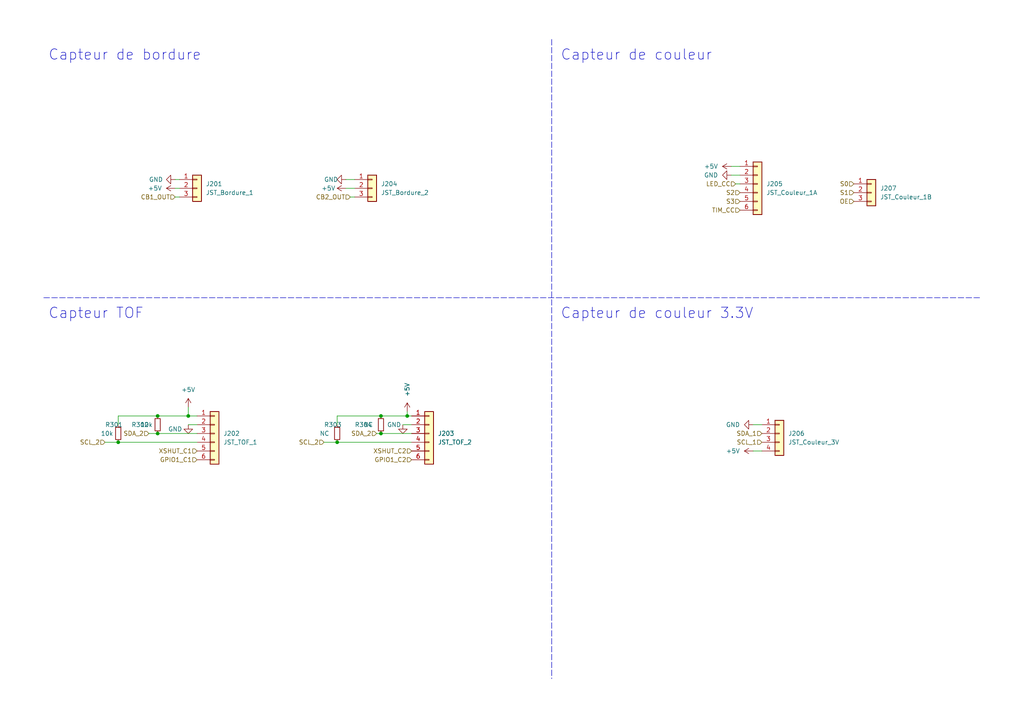
<source format=kicad_sch>
(kicad_sch (version 20211123) (generator eeschema)

  (uuid ec5a4540-0985-495d-a129-6f3345fe34a0)

  (paper "A4")

  (lib_symbols
    (symbol "Connector_Generic:Conn_01x03" (pin_names (offset 1.016) hide) (in_bom yes) (on_board yes)
      (property "Reference" "J" (id 0) (at 0 5.08 0)
        (effects (font (size 1.27 1.27)))
      )
      (property "Value" "Conn_01x03" (id 1) (at 0 -5.08 0)
        (effects (font (size 1.27 1.27)))
      )
      (property "Footprint" "" (id 2) (at 0 0 0)
        (effects (font (size 1.27 1.27)) hide)
      )
      (property "Datasheet" "~" (id 3) (at 0 0 0)
        (effects (font (size 1.27 1.27)) hide)
      )
      (property "ki_keywords" "connector" (id 4) (at 0 0 0)
        (effects (font (size 1.27 1.27)) hide)
      )
      (property "ki_description" "Generic connector, single row, 01x03, script generated (kicad-library-utils/schlib/autogen/connector/)" (id 5) (at 0 0 0)
        (effects (font (size 1.27 1.27)) hide)
      )
      (property "ki_fp_filters" "Connector*:*_1x??_*" (id 6) (at 0 0 0)
        (effects (font (size 1.27 1.27)) hide)
      )
      (symbol "Conn_01x03_1_1"
        (rectangle (start -1.27 -2.413) (end 0 -2.667)
          (stroke (width 0.1524) (type default) (color 0 0 0 0))
          (fill (type none))
        )
        (rectangle (start -1.27 0.127) (end 0 -0.127)
          (stroke (width 0.1524) (type default) (color 0 0 0 0))
          (fill (type none))
        )
        (rectangle (start -1.27 2.667) (end 0 2.413)
          (stroke (width 0.1524) (type default) (color 0 0 0 0))
          (fill (type none))
        )
        (rectangle (start -1.27 3.81) (end 1.27 -3.81)
          (stroke (width 0.254) (type default) (color 0 0 0 0))
          (fill (type background))
        )
        (pin passive line (at -5.08 2.54 0) (length 3.81)
          (name "Pin_1" (effects (font (size 1.27 1.27))))
          (number "1" (effects (font (size 1.27 1.27))))
        )
        (pin passive line (at -5.08 0 0) (length 3.81)
          (name "Pin_2" (effects (font (size 1.27 1.27))))
          (number "2" (effects (font (size 1.27 1.27))))
        )
        (pin passive line (at -5.08 -2.54 0) (length 3.81)
          (name "Pin_3" (effects (font (size 1.27 1.27))))
          (number "3" (effects (font (size 1.27 1.27))))
        )
      )
    )
    (symbol "Connector_Generic:Conn_01x04" (pin_names (offset 1.016) hide) (in_bom yes) (on_board yes)
      (property "Reference" "J" (id 0) (at 0 5.08 0)
        (effects (font (size 1.27 1.27)))
      )
      (property "Value" "Conn_01x04" (id 1) (at 0 -7.62 0)
        (effects (font (size 1.27 1.27)))
      )
      (property "Footprint" "" (id 2) (at 0 0 0)
        (effects (font (size 1.27 1.27)) hide)
      )
      (property "Datasheet" "~" (id 3) (at 0 0 0)
        (effects (font (size 1.27 1.27)) hide)
      )
      (property "ki_keywords" "connector" (id 4) (at 0 0 0)
        (effects (font (size 1.27 1.27)) hide)
      )
      (property "ki_description" "Generic connector, single row, 01x04, script generated (kicad-library-utils/schlib/autogen/connector/)" (id 5) (at 0 0 0)
        (effects (font (size 1.27 1.27)) hide)
      )
      (property "ki_fp_filters" "Connector*:*_1x??_*" (id 6) (at 0 0 0)
        (effects (font (size 1.27 1.27)) hide)
      )
      (symbol "Conn_01x04_1_1"
        (rectangle (start -1.27 -4.953) (end 0 -5.207)
          (stroke (width 0.1524) (type default) (color 0 0 0 0))
          (fill (type none))
        )
        (rectangle (start -1.27 -2.413) (end 0 -2.667)
          (stroke (width 0.1524) (type default) (color 0 0 0 0))
          (fill (type none))
        )
        (rectangle (start -1.27 0.127) (end 0 -0.127)
          (stroke (width 0.1524) (type default) (color 0 0 0 0))
          (fill (type none))
        )
        (rectangle (start -1.27 2.667) (end 0 2.413)
          (stroke (width 0.1524) (type default) (color 0 0 0 0))
          (fill (type none))
        )
        (rectangle (start -1.27 3.81) (end 1.27 -6.35)
          (stroke (width 0.254) (type default) (color 0 0 0 0))
          (fill (type background))
        )
        (pin passive line (at -5.08 2.54 0) (length 3.81)
          (name "Pin_1" (effects (font (size 1.27 1.27))))
          (number "1" (effects (font (size 1.27 1.27))))
        )
        (pin passive line (at -5.08 0 0) (length 3.81)
          (name "Pin_2" (effects (font (size 1.27 1.27))))
          (number "2" (effects (font (size 1.27 1.27))))
        )
        (pin passive line (at -5.08 -2.54 0) (length 3.81)
          (name "Pin_3" (effects (font (size 1.27 1.27))))
          (number "3" (effects (font (size 1.27 1.27))))
        )
        (pin passive line (at -5.08 -5.08 0) (length 3.81)
          (name "Pin_4" (effects (font (size 1.27 1.27))))
          (number "4" (effects (font (size 1.27 1.27))))
        )
      )
    )
    (symbol "Connector_Generic:Conn_01x06" (pin_names (offset 1.016) hide) (in_bom yes) (on_board yes)
      (property "Reference" "J" (id 0) (at 0 7.62 0)
        (effects (font (size 1.27 1.27)))
      )
      (property "Value" "Conn_01x06" (id 1) (at 0 -10.16 0)
        (effects (font (size 1.27 1.27)))
      )
      (property "Footprint" "" (id 2) (at 0 0 0)
        (effects (font (size 1.27 1.27)) hide)
      )
      (property "Datasheet" "~" (id 3) (at 0 0 0)
        (effects (font (size 1.27 1.27)) hide)
      )
      (property "ki_keywords" "connector" (id 4) (at 0 0 0)
        (effects (font (size 1.27 1.27)) hide)
      )
      (property "ki_description" "Generic connector, single row, 01x06, script generated (kicad-library-utils/schlib/autogen/connector/)" (id 5) (at 0 0 0)
        (effects (font (size 1.27 1.27)) hide)
      )
      (property "ki_fp_filters" "Connector*:*_1x??_*" (id 6) (at 0 0 0)
        (effects (font (size 1.27 1.27)) hide)
      )
      (symbol "Conn_01x06_1_1"
        (rectangle (start -1.27 -7.493) (end 0 -7.747)
          (stroke (width 0.1524) (type default) (color 0 0 0 0))
          (fill (type none))
        )
        (rectangle (start -1.27 -4.953) (end 0 -5.207)
          (stroke (width 0.1524) (type default) (color 0 0 0 0))
          (fill (type none))
        )
        (rectangle (start -1.27 -2.413) (end 0 -2.667)
          (stroke (width 0.1524) (type default) (color 0 0 0 0))
          (fill (type none))
        )
        (rectangle (start -1.27 0.127) (end 0 -0.127)
          (stroke (width 0.1524) (type default) (color 0 0 0 0))
          (fill (type none))
        )
        (rectangle (start -1.27 2.667) (end 0 2.413)
          (stroke (width 0.1524) (type default) (color 0 0 0 0))
          (fill (type none))
        )
        (rectangle (start -1.27 5.207) (end 0 4.953)
          (stroke (width 0.1524) (type default) (color 0 0 0 0))
          (fill (type none))
        )
        (rectangle (start -1.27 6.35) (end 1.27 -8.89)
          (stroke (width 0.254) (type default) (color 0 0 0 0))
          (fill (type background))
        )
        (pin passive line (at -5.08 5.08 0) (length 3.81)
          (name "Pin_1" (effects (font (size 1.27 1.27))))
          (number "1" (effects (font (size 1.27 1.27))))
        )
        (pin passive line (at -5.08 2.54 0) (length 3.81)
          (name "Pin_2" (effects (font (size 1.27 1.27))))
          (number "2" (effects (font (size 1.27 1.27))))
        )
        (pin passive line (at -5.08 0 0) (length 3.81)
          (name "Pin_3" (effects (font (size 1.27 1.27))))
          (number "3" (effects (font (size 1.27 1.27))))
        )
        (pin passive line (at -5.08 -2.54 0) (length 3.81)
          (name "Pin_4" (effects (font (size 1.27 1.27))))
          (number "4" (effects (font (size 1.27 1.27))))
        )
        (pin passive line (at -5.08 -5.08 0) (length 3.81)
          (name "Pin_5" (effects (font (size 1.27 1.27))))
          (number "5" (effects (font (size 1.27 1.27))))
        )
        (pin passive line (at -5.08 -7.62 0) (length 3.81)
          (name "Pin_6" (effects (font (size 1.27 1.27))))
          (number "6" (effects (font (size 1.27 1.27))))
        )
      )
    )
    (symbol "Device:R_Small" (pin_numbers hide) (pin_names (offset 0.254) hide) (in_bom yes) (on_board yes)
      (property "Reference" "R" (id 0) (at 0.762 0.508 0)
        (effects (font (size 1.27 1.27)) (justify left))
      )
      (property "Value" "R_Small" (id 1) (at 0.762 -1.016 0)
        (effects (font (size 1.27 1.27)) (justify left))
      )
      (property "Footprint" "" (id 2) (at 0 0 0)
        (effects (font (size 1.27 1.27)) hide)
      )
      (property "Datasheet" "~" (id 3) (at 0 0 0)
        (effects (font (size 1.27 1.27)) hide)
      )
      (property "ki_keywords" "R resistor" (id 4) (at 0 0 0)
        (effects (font (size 1.27 1.27)) hide)
      )
      (property "ki_description" "Resistor, small symbol" (id 5) (at 0 0 0)
        (effects (font (size 1.27 1.27)) hide)
      )
      (property "ki_fp_filters" "R_*" (id 6) (at 0 0 0)
        (effects (font (size 1.27 1.27)) hide)
      )
      (symbol "R_Small_0_1"
        (rectangle (start -0.762 1.778) (end 0.762 -1.778)
          (stroke (width 0.2032) (type default) (color 0 0 0 0))
          (fill (type none))
        )
      )
      (symbol "R_Small_1_1"
        (pin passive line (at 0 2.54 270) (length 0.762)
          (name "~" (effects (font (size 1.27 1.27))))
          (number "1" (effects (font (size 1.27 1.27))))
        )
        (pin passive line (at 0 -2.54 90) (length 0.762)
          (name "~" (effects (font (size 1.27 1.27))))
          (number "2" (effects (font (size 1.27 1.27))))
        )
      )
    )
    (symbol "power:+5V" (power) (pin_names (offset 0)) (in_bom yes) (on_board yes)
      (property "Reference" "#PWR" (id 0) (at 0 -3.81 0)
        (effects (font (size 1.27 1.27)) hide)
      )
      (property "Value" "+5V" (id 1) (at 0 3.556 0)
        (effects (font (size 1.27 1.27)))
      )
      (property "Footprint" "" (id 2) (at 0 0 0)
        (effects (font (size 1.27 1.27)) hide)
      )
      (property "Datasheet" "" (id 3) (at 0 0 0)
        (effects (font (size 1.27 1.27)) hide)
      )
      (property "ki_keywords" "power-flag" (id 4) (at 0 0 0)
        (effects (font (size 1.27 1.27)) hide)
      )
      (property "ki_description" "Power symbol creates a global label with name \"+5V\"" (id 5) (at 0 0 0)
        (effects (font (size 1.27 1.27)) hide)
      )
      (symbol "+5V_0_1"
        (polyline
          (pts
            (xy -0.762 1.27)
            (xy 0 2.54)
          )
          (stroke (width 0) (type default) (color 0 0 0 0))
          (fill (type none))
        )
        (polyline
          (pts
            (xy 0 0)
            (xy 0 2.54)
          )
          (stroke (width 0) (type default) (color 0 0 0 0))
          (fill (type none))
        )
        (polyline
          (pts
            (xy 0 2.54)
            (xy 0.762 1.27)
          )
          (stroke (width 0) (type default) (color 0 0 0 0))
          (fill (type none))
        )
      )
      (symbol "+5V_1_1"
        (pin power_in line (at 0 0 90) (length 0) hide
          (name "+5V" (effects (font (size 1.27 1.27))))
          (number "1" (effects (font (size 1.27 1.27))))
        )
      )
    )
    (symbol "power:GND" (power) (pin_names (offset 0)) (in_bom yes) (on_board yes)
      (property "Reference" "#PWR" (id 0) (at 0 -6.35 0)
        (effects (font (size 1.27 1.27)) hide)
      )
      (property "Value" "GND" (id 1) (at 0 -3.81 0)
        (effects (font (size 1.27 1.27)))
      )
      (property "Footprint" "" (id 2) (at 0 0 0)
        (effects (font (size 1.27 1.27)) hide)
      )
      (property "Datasheet" "" (id 3) (at 0 0 0)
        (effects (font (size 1.27 1.27)) hide)
      )
      (property "ki_keywords" "power-flag" (id 4) (at 0 0 0)
        (effects (font (size 1.27 1.27)) hide)
      )
      (property "ki_description" "Power symbol creates a global label with name \"GND\" , ground" (id 5) (at 0 0 0)
        (effects (font (size 1.27 1.27)) hide)
      )
      (symbol "GND_0_1"
        (polyline
          (pts
            (xy 0 0)
            (xy 0 -1.27)
            (xy 1.27 -1.27)
            (xy 0 -2.54)
            (xy -1.27 -1.27)
            (xy 0 -1.27)
          )
          (stroke (width 0) (type default) (color 0 0 0 0))
          (fill (type none))
        )
      )
      (symbol "GND_1_1"
        (pin power_in line (at 0 0 270) (length 0) hide
          (name "GND" (effects (font (size 1.27 1.27))))
          (number "1" (effects (font (size 1.27 1.27))))
        )
      )
    )
  )

  (junction (at 97.79 128.27) (diameter 0) (color 0 0 0 0)
    (uuid 808d06c7-fc33-462d-9694-96d8f99d5ff0)
  )
  (junction (at 34.29 128.27) (diameter 0) (color 0 0 0 0)
    (uuid 903a1ca5-797e-4239-a8ec-f4db9fe35c76)
  )
  (junction (at 45.72 120.65) (diameter 0) (color 0 0 0 0)
    (uuid a97b441b-734f-4592-a431-1e87f507c8f7)
  )
  (junction (at 118.11 120.65) (diameter 0) (color 0 0 0 0)
    (uuid b57e7850-5f41-44b9-a579-c04e914b12f6)
  )
  (junction (at 45.72 125.73) (diameter 0) (color 0 0 0 0)
    (uuid c01135f3-284f-4694-85c7-6c84daa17a95)
  )
  (junction (at 110.49 120.65) (diameter 0) (color 0 0 0 0)
    (uuid c5d2ecb1-ba6c-4c21-bf25-db2217d9f37e)
  )
  (junction (at 54.61 120.65) (diameter 0) (color 0 0 0 0)
    (uuid d48a8670-c3ad-4110-be8f-2bd87dcf0429)
  )
  (junction (at 110.49 125.73) (diameter 0) (color 0 0 0 0)
    (uuid ff3abda5-d26e-4d0d-a4fb-45b45dbca722)
  )

  (wire (pts (xy 97.79 123.19) (xy 97.79 120.65))
    (stroke (width 0) (type default) (color 0 0 0 0))
    (uuid 07e5b2a8-6e02-4b1f-a0b2-8e4e3b55c5af)
  )
  (wire (pts (xy 45.72 120.65) (xy 54.61 120.65))
    (stroke (width 0) (type default) (color 0 0 0 0))
    (uuid 0b369780-0517-434b-a132-bbe93e57bed1)
  )
  (wire (pts (xy 213.36 53.34) (xy 214.63 53.34))
    (stroke (width 0) (type default) (color 0 0 0 0))
    (uuid 10b317ba-7b01-4106-9908-cd17a73e078c)
  )
  (wire (pts (xy 97.79 120.65) (xy 110.49 120.65))
    (stroke (width 0) (type default) (color 0 0 0 0))
    (uuid 1152cbcb-e1bb-49ab-a858-dd56e108628d)
  )
  (wire (pts (xy 212.09 48.26) (xy 214.63 48.26))
    (stroke (width 0) (type default) (color 0 0 0 0))
    (uuid 12b114b7-2649-4235-b184-f9adfda24af8)
  )
  (wire (pts (xy 34.29 120.65) (xy 34.29 123.19))
    (stroke (width 0) (type default) (color 0 0 0 0))
    (uuid 18f89c8f-e5a0-4644-b81e-d149046432dd)
  )
  (wire (pts (xy 50.8 57.15) (xy 52.07 57.15))
    (stroke (width 0) (type default) (color 0 0 0 0))
    (uuid 1aaa90ca-cb41-41fc-9f2e-4d3df022866e)
  )
  (polyline (pts (xy 160.02 11.43) (xy 160.02 196.85))
    (stroke (width 0) (type default) (color 0 0 0 0))
    (uuid 25d3e3ec-2194-4059-a85a-408fbb29deee)
  )

  (wire (pts (xy 34.29 128.27) (xy 57.15 128.27))
    (stroke (width 0) (type default) (color 0 0 0 0))
    (uuid 3099f034-f2c3-4578-a33b-f454d73caab0)
  )
  (wire (pts (xy 218.44 130.81) (xy 220.98 130.81))
    (stroke (width 0) (type default) (color 0 0 0 0))
    (uuid 3414f45f-d95d-4868-867e-1cbe7fbdaf93)
  )
  (wire (pts (xy 34.29 120.65) (xy 45.72 120.65))
    (stroke (width 0) (type default) (color 0 0 0 0))
    (uuid 577f71ae-76b4-43a5-a996-c180d363856f)
  )
  (wire (pts (xy 119.38 120.65) (xy 118.11 120.65))
    (stroke (width 0) (type default) (color 0 0 0 0))
    (uuid 5b8f0033-a297-4858-a5e3-76acaa2b166e)
  )
  (wire (pts (xy 212.09 50.8) (xy 214.63 50.8))
    (stroke (width 0) (type default) (color 0 0 0 0))
    (uuid 60048984-8d78-4981-8d7b-ff4ec8dbe246)
  )
  (wire (pts (xy 101.6 57.15) (xy 102.87 57.15))
    (stroke (width 0) (type default) (color 0 0 0 0))
    (uuid 601f0877-3e4c-41cc-b436-9fdb4937567d)
  )
  (wire (pts (xy 110.49 120.65) (xy 118.11 120.65))
    (stroke (width 0) (type default) (color 0 0 0 0))
    (uuid 731362ce-bfd4-471f-b77f-182830b4e498)
  )
  (wire (pts (xy 54.61 120.65) (xy 57.15 120.65))
    (stroke (width 0) (type default) (color 0 0 0 0))
    (uuid 7643c57b-313a-4cf8-9134-7757f3342699)
  )
  (wire (pts (xy 30.48 128.27) (xy 34.29 128.27))
    (stroke (width 0) (type default) (color 0 0 0 0))
    (uuid 78dd936a-fbb9-4d37-a7f7-8316dd45c0ac)
  )
  (wire (pts (xy 93.98 128.27) (xy 97.79 128.27))
    (stroke (width 0) (type default) (color 0 0 0 0))
    (uuid 7f647e44-e522-4f68-9d30-6abab621d927)
  )
  (polyline (pts (xy 12.7 86.36) (xy 284.48 86.36))
    (stroke (width 0) (type default) (color 0 0 0 0))
    (uuid 82acf130-d7d8-4164-ab4d-b777c178c28e)
  )

  (wire (pts (xy 50.8 52.07) (xy 52.07 52.07))
    (stroke (width 0) (type default) (color 0 0 0 0))
    (uuid 99337815-17c1-44e6-870d-3959cb3659e3)
  )
  (wire (pts (xy 118.11 120.65) (xy 118.11 119.38))
    (stroke (width 0) (type default) (color 0 0 0 0))
    (uuid 9fc550ec-16c1-4cab-abcd-1e8f18409c0c)
  )
  (wire (pts (xy 100.33 52.07) (xy 102.87 52.07))
    (stroke (width 0) (type default) (color 0 0 0 0))
    (uuid a4a68c57-c987-46ab-840e-728bdb99af42)
  )
  (wire (pts (xy 50.8 54.61) (xy 52.07 54.61))
    (stroke (width 0) (type default) (color 0 0 0 0))
    (uuid a6fa7d41-841b-4c98-a727-7656631e3268)
  )
  (wire (pts (xy 97.79 128.27) (xy 119.38 128.27))
    (stroke (width 0) (type default) (color 0 0 0 0))
    (uuid a7799177-f96c-4cff-9009-0bbf0c63c71f)
  )
  (wire (pts (xy 110.49 125.73) (xy 119.38 125.73))
    (stroke (width 0) (type default) (color 0 0 0 0))
    (uuid a9104fe9-400d-45c8-9b11-bbd04130f260)
  )
  (wire (pts (xy 100.33 54.61) (xy 102.87 54.61))
    (stroke (width 0) (type default) (color 0 0 0 0))
    (uuid b3457a69-91d2-4356-babf-6aba675180c8)
  )
  (wire (pts (xy 109.22 125.73) (xy 110.49 125.73))
    (stroke (width 0) (type default) (color 0 0 0 0))
    (uuid ba1190f3-a19f-4854-82af-b7236bff2003)
  )
  (wire (pts (xy 218.44 123.19) (xy 220.98 123.19))
    (stroke (width 0) (type default) (color 0 0 0 0))
    (uuid c983fb7d-1799-4a03-98da-34901bcc1c34)
  )
  (wire (pts (xy 54.61 123.19) (xy 57.15 123.19))
    (stroke (width 0) (type default) (color 0 0 0 0))
    (uuid ce8a242d-1319-48eb-b141-ed1c571fc1fd)
  )
  (wire (pts (xy 54.61 118.11) (xy 54.61 120.65))
    (stroke (width 0) (type default) (color 0 0 0 0))
    (uuid cfb6df8b-9249-4265-bbe7-0836e318ac61)
  )
  (wire (pts (xy 116.84 123.19) (xy 119.38 123.19))
    (stroke (width 0) (type default) (color 0 0 0 0))
    (uuid e1446e14-dd6f-4bbd-9f03-0403bf3ddb23)
  )
  (wire (pts (xy 43.18 125.73) (xy 45.72 125.73))
    (stroke (width 0) (type default) (color 0 0 0 0))
    (uuid f4f00f54-2503-4452-8cf8-42a339add64a)
  )
  (wire (pts (xy 45.72 125.73) (xy 57.15 125.73))
    (stroke (width 0) (type default) (color 0 0 0 0))
    (uuid f75cab94-d0f9-4e38-8eec-8b721e7e2c70)
  )

  (text "Capteur de couleur" (at 162.56 17.78 0)
    (effects (font (size 3 3)) (justify left bottom))
    (uuid 2ad18a70-921a-4d77-86c2-1be8d6cb6bb9)
  )
  (text "Capteur TOF" (at 13.97 92.71 0)
    (effects (font (size 3 3)) (justify left bottom))
    (uuid 933498c6-9ae8-4196-bc4d-680968e25a13)
  )
  (text "Capteur de couleur 3.3V" (at 162.56 92.71 0)
    (effects (font (size 3 3)) (justify left bottom))
    (uuid c2ea9499-5cad-4c2e-91f2-9bfd20015a95)
  )
  (text "Capteur de bordure\n" (at 13.97 17.78 0)
    (effects (font (size 3 3)) (justify left bottom))
    (uuid fc2d3ffb-a9d7-4dd2-8318-e4214e750106)
  )

  (hierarchical_label "GPIO1_C1" (shape input) (at 57.15 133.35 180)
    (effects (font (size 1.27 1.27)) (justify right))
    (uuid 04d87197-e9b5-476d-be7b-4eb8375239c8)
  )
  (hierarchical_label "OE" (shape input) (at 247.65 58.42 180)
    (effects (font (size 1.27 1.27)) (justify right))
    (uuid 0ab1f21f-55e3-4965-8159-35f030bc784d)
  )
  (hierarchical_label "SDA_2" (shape input) (at 43.18 125.73 180)
    (effects (font (size 1.27 1.27)) (justify right))
    (uuid 15cea1f4-70c2-4544-9512-9bb18715b907)
  )
  (hierarchical_label "S3" (shape input) (at 214.63 58.42 180)
    (effects (font (size 1.27 1.27)) (justify right))
    (uuid 3f566584-dd9d-48fc-b5c0-3cf80ba4f414)
  )
  (hierarchical_label "SCL_2" (shape input) (at 93.98 128.27 180)
    (effects (font (size 1.27 1.27)) (justify right))
    (uuid 41bb7fe7-3600-43c9-b2e4-5fb753beb1c9)
  )
  (hierarchical_label "SCL_2" (shape input) (at 30.48 128.27 180)
    (effects (font (size 1.27 1.27)) (justify right))
    (uuid 47952290-4c50-4226-b1ab-652c3e19f7ef)
  )
  (hierarchical_label "SCL_1" (shape input) (at 220.98 128.27 180)
    (effects (font (size 1.27 1.27)) (justify right))
    (uuid 4f19864d-4dee-4539-994b-d2c74b7ccfbf)
  )
  (hierarchical_label "S1" (shape input) (at 247.65 55.88 180)
    (effects (font (size 1.27 1.27)) (justify right))
    (uuid 6ea5e5b6-231a-40cf-891b-f5e1b1b665ed)
  )
  (hierarchical_label "XSHUT_C2" (shape input) (at 119.38 130.81 180)
    (effects (font (size 1.27 1.27)) (justify right))
    (uuid 6fa56544-e321-41ee-a6c7-b151c924415d)
  )
  (hierarchical_label "LED_CC" (shape input) (at 213.36 53.34 180)
    (effects (font (size 1.27 1.27)) (justify right))
    (uuid 84dbc002-b72b-4a86-93fd-feaffcdd38e4)
  )
  (hierarchical_label "CB1_OUT" (shape input) (at 50.8 57.15 180)
    (effects (font (size 1.27 1.27)) (justify right))
    (uuid 9068ae9a-abad-4d99-984a-77745834fd0b)
  )
  (hierarchical_label "CB2_OUT" (shape input) (at 101.6 57.15 180)
    (effects (font (size 1.27 1.27)) (justify right))
    (uuid a34cfd5c-11af-41e1-b2eb-cadbb703081a)
  )
  (hierarchical_label "SDA_1" (shape input) (at 220.98 125.73 180)
    (effects (font (size 1.27 1.27)) (justify right))
    (uuid ad3e16e0-a751-483d-9813-9ee14f5324ab)
  )
  (hierarchical_label "GPIO1_C2" (shape input) (at 119.38 133.35 180)
    (effects (font (size 1.27 1.27)) (justify right))
    (uuid b11393cb-6d0a-4849-9cbf-64d6538991a4)
  )
  (hierarchical_label "SDA_2" (shape input) (at 109.22 125.73 180)
    (effects (font (size 1.27 1.27)) (justify right))
    (uuid b6b9d4f1-0182-49f0-a301-28b2c045b8bf)
  )
  (hierarchical_label "S2" (shape input) (at 214.63 55.88 180)
    (effects (font (size 1.27 1.27)) (justify right))
    (uuid b7720739-9264-40e6-9f01-8b246bb7a69a)
  )
  (hierarchical_label "S0" (shape input) (at 247.65 53.34 180)
    (effects (font (size 1.27 1.27)) (justify right))
    (uuid bd195daa-e8a3-4704-aac1-f9e476db13f7)
  )
  (hierarchical_label "TIM_CC" (shape input) (at 214.63 60.96 180)
    (effects (font (size 1.27 1.27)) (justify right))
    (uuid d7466375-4d00-45f5-a57f-60decc3acca0)
  )
  (hierarchical_label "XSHUT_C1" (shape input) (at 57.15 130.81 180)
    (effects (font (size 1.27 1.27)) (justify right))
    (uuid e64abac7-9ee3-4136-b43f-56e7b3986e24)
  )

  (symbol (lib_id "Device:R_Small") (at 45.72 123.19 0) (unit 1)
    (in_bom yes) (on_board yes)
    (uuid 01d9cedc-eec4-438f-82a9-32c94b9e87ad)
    (property "Reference" "R302" (id 0) (at 38.1 123.19 0)
      (effects (font (size 1.27 1.27)) (justify left))
    )
    (property "Value" "10k" (id 1) (at 40.64 123.19 0)
      (effects (font (size 1.27 1.27)) (justify left))
    )
    (property "Footprint" "Resistor_SMD:R_0603_1608Metric_Pad0.98x0.95mm_HandSolder" (id 2) (at 45.72 123.19 0)
      (effects (font (size 1.27 1.27)) hide)
    )
    (property "Datasheet" "~" (id 3) (at 45.72 123.19 0)
      (effects (font (size 1.27 1.27)) hide)
    )
    (pin "1" (uuid 7fe7ec63-c3f4-429e-bab4-b1b12d5ef588))
    (pin "2" (uuid 30244db8-3908-4cbe-a748-d98e2f15b269))
  )

  (symbol (lib_id "Connector_Generic:Conn_01x03") (at 107.95 54.61 0) (unit 1)
    (in_bom yes) (on_board yes) (fields_autoplaced)
    (uuid 15c2a788-86f9-41e6-927f-0ea04005bff0)
    (property "Reference" "J204" (id 0) (at 110.49 53.3399 0)
      (effects (font (size 1.27 1.27)) (justify left))
    )
    (property "Value" "JST_Bordure_2" (id 1) (at 110.49 55.8799 0)
      (effects (font (size 1.27 1.27)) (justify left))
    )
    (property "Footprint" "Connector_JST:JST_XH_B3B-XH-A_1x03_P2.50mm_Vertical" (id 2) (at 107.95 54.61 0)
      (effects (font (size 1.27 1.27)) hide)
    )
    (property "Datasheet" "~" (id 3) (at 107.95 54.61 0)
      (effects (font (size 1.27 1.27)) hide)
    )
    (pin "1" (uuid 9663d34b-f877-4744-af4f-ba3e968ace89))
    (pin "2" (uuid 59b6868b-3d11-4aae-9263-46a120dc586e))
    (pin "3" (uuid c068f0de-eab4-494e-8e78-3a032ca321ab))
  )

  (symbol (lib_id "power:+5V") (at 100.33 54.61 90) (unit 1)
    (in_bom yes) (on_board yes)
    (uuid 1a1a7b9f-6194-467c-a081-d9fd3e7d0270)
    (property "Reference" "#PWR0317" (id 0) (at 104.14 54.61 0)
      (effects (font (size 1.27 1.27)) hide)
    )
    (property "Value" "+5V" (id 1) (at 95.25 54.61 90))
    (property "Footprint" "" (id 2) (at 100.33 54.61 0)
      (effects (font (size 1.27 1.27)) hide)
    )
    (property "Datasheet" "" (id 3) (at 100.33 54.61 0)
      (effects (font (size 1.27 1.27)) hide)
    )
    (pin "1" (uuid cd8a4f11-57b7-4058-9597-85eb77def9ee))
  )

  (symbol (lib_id "Connector_Generic:Conn_01x03") (at 252.73 55.88 0) (unit 1)
    (in_bom yes) (on_board yes) (fields_autoplaced)
    (uuid 2d9b734e-ca03-4266-afaf-c4defd37d608)
    (property "Reference" "J207" (id 0) (at 255.27 54.6099 0)
      (effects (font (size 1.27 1.27)) (justify left))
    )
    (property "Value" "JST_Couleur_1B" (id 1) (at 255.27 57.1499 0)
      (effects (font (size 1.27 1.27)) (justify left))
    )
    (property "Footprint" "Connector_JST:JST_XH_B3B-XH-A_1x03_P2.50mm_Vertical" (id 2) (at 252.73 55.88 0)
      (effects (font (size 1.27 1.27)) hide)
    )
    (property "Datasheet" "~" (id 3) (at 252.73 55.88 0)
      (effects (font (size 1.27 1.27)) hide)
    )
    (pin "1" (uuid 219e12c2-9464-44d9-b1cc-b1cdefbfcfe2))
    (pin "2" (uuid 36ee2153-11ea-4b64-ae7b-2fd1c8d3701f))
    (pin "3" (uuid f7e2a888-ce86-4cf0-9ae3-828942701f74))
  )

  (symbol (lib_id "Connector_Generic:Conn_01x03") (at 57.15 54.61 0) (unit 1)
    (in_bom yes) (on_board yes) (fields_autoplaced)
    (uuid 3ff01324-59a8-47f7-8a22-9861ba76fddb)
    (property "Reference" "J201" (id 0) (at 59.69 53.3399 0)
      (effects (font (size 1.27 1.27)) (justify left))
    )
    (property "Value" "JST_Bordure_1" (id 1) (at 59.69 55.8799 0)
      (effects (font (size 1.27 1.27)) (justify left))
    )
    (property "Footprint" "Connector_JST:JST_XH_B3B-XH-A_1x03_P2.50mm_Vertical" (id 2) (at 57.15 54.61 0)
      (effects (font (size 1.27 1.27)) hide)
    )
    (property "Datasheet" "~" (id 3) (at 57.15 54.61 0)
      (effects (font (size 1.27 1.27)) hide)
    )
    (pin "1" (uuid 9b97a4ba-feb6-4c6d-bc25-a40c46bb3114))
    (pin "2" (uuid 136b5b76-4be8-4b7d-98fd-b1e1533241a3))
    (pin "3" (uuid 8a49df5f-ec74-429a-8931-190475ad7878))
  )

  (symbol (lib_id "Connector_Generic:Conn_01x04") (at 226.06 125.73 0) (unit 1)
    (in_bom yes) (on_board yes) (fields_autoplaced)
    (uuid 576ebc35-db23-41dc-9ded-5fa7ac3613f6)
    (property "Reference" "J206" (id 0) (at 228.6 125.7299 0)
      (effects (font (size 1.27 1.27)) (justify left))
    )
    (property "Value" "JST_Couleur_3V" (id 1) (at 228.6 128.2699 0)
      (effects (font (size 1.27 1.27)) (justify left))
    )
    (property "Footprint" "Connector_JST:JST_XH_B4B-XH-A_1x04_P2.50mm_Vertical" (id 2) (at 226.06 125.73 0)
      (effects (font (size 1.27 1.27)) hide)
    )
    (property "Datasheet" "~" (id 3) (at 226.06 125.73 0)
      (effects (font (size 1.27 1.27)) hide)
    )
    (pin "1" (uuid 720822d1-4cd2-4440-a80c-0f7b3d61294f))
    (pin "2" (uuid b4beb939-eb78-417a-8924-230ca7dfd7ca))
    (pin "3" (uuid adb95a33-6e6e-4785-bc6c-de0ec1717363))
    (pin "4" (uuid 5ff72938-5b4d-4c0c-9046-a23ea20902d8))
  )

  (symbol (lib_id "Device:R_Small") (at 110.49 123.19 0) (unit 1)
    (in_bom yes) (on_board yes)
    (uuid 834859be-1d22-4cfd-a0ab-4093db920c69)
    (property "Reference" "R304" (id 0) (at 102.87 123.19 0)
      (effects (font (size 1.27 1.27)) (justify left))
    )
    (property "Value" "NC" (id 1) (at 105.41 123.19 0)
      (effects (font (size 1.27 1.27)) (justify left))
    )
    (property "Footprint" "Resistor_SMD:R_0603_1608Metric_Pad0.98x0.95mm_HandSolder" (id 2) (at 110.49 123.19 0)
      (effects (font (size 1.27 1.27)) hide)
    )
    (property "Datasheet" "~" (id 3) (at 110.49 123.19 0)
      (effects (font (size 1.27 1.27)) hide)
    )
    (pin "1" (uuid b1e0c95f-e756-475b-8fa8-8ac0a4f809d9))
    (pin "2" (uuid c74b68e9-602b-47f5-8f2f-6088fd6b4ea0))
  )

  (symbol (lib_id "power:+5V") (at 118.11 119.38 0) (unit 1)
    (in_bom yes) (on_board yes)
    (uuid 845df0fb-18fd-4ed9-9be2-bed5af608264)
    (property "Reference" "#PWR0319" (id 0) (at 118.11 123.19 0)
      (effects (font (size 1.27 1.27)) hide)
    )
    (property "Value" "+5V" (id 1) (at 118.11 113.03 90))
    (property "Footprint" "" (id 2) (at 118.11 119.38 0)
      (effects (font (size 1.27 1.27)) hide)
    )
    (property "Datasheet" "" (id 3) (at 118.11 119.38 0)
      (effects (font (size 1.27 1.27)) hide)
    )
    (pin "1" (uuid 80aa8e98-1239-4e5f-9b52-2ec47d9da05b))
  )

  (symbol (lib_id "power:GND") (at 100.33 52.07 270) (unit 1)
    (in_bom yes) (on_board yes)
    (uuid 876d2f50-a33b-4691-bbea-4ae99799d1fb)
    (property "Reference" "#PWR0316" (id 0) (at 93.98 52.07 0)
      (effects (font (size 1.27 1.27)) hide)
    )
    (property "Value" "GND" (id 1) (at 93.98 52.07 90)
      (effects (font (size 1.27 1.27)) (justify left))
    )
    (property "Footprint" "" (id 2) (at 100.33 52.07 0)
      (effects (font (size 1.27 1.27)) hide)
    )
    (property "Datasheet" "" (id 3) (at 100.33 52.07 0)
      (effects (font (size 1.27 1.27)) hide)
    )
    (pin "1" (uuid 110274a1-b63c-44c7-b92f-0545f0aaace2))
  )

  (symbol (lib_id "Connector_Generic:Conn_01x06") (at 219.71 53.34 0) (unit 1)
    (in_bom yes) (on_board yes) (fields_autoplaced)
    (uuid a95b498e-65f7-49da-bafe-f10d803bd71e)
    (property "Reference" "J205" (id 0) (at 222.25 53.3399 0)
      (effects (font (size 1.27 1.27)) (justify left))
    )
    (property "Value" "JST_Couleur_1A" (id 1) (at 222.25 55.8799 0)
      (effects (font (size 1.27 1.27)) (justify left))
    )
    (property "Footprint" "Connector_JST:JST_XH_B6B-XH-A_1x06_P2.50mm_Vertical" (id 2) (at 219.71 53.34 0)
      (effects (font (size 1.27 1.27)) hide)
    )
    (property "Datasheet" "~" (id 3) (at 219.71 53.34 0)
      (effects (font (size 1.27 1.27)) hide)
    )
    (pin "1" (uuid 4be9d2cc-d094-4142-bcc2-90f59aef42d3))
    (pin "2" (uuid a2b79b32-500b-4a50-8f18-7a6687801c22))
    (pin "3" (uuid 8d0c1bb6-d750-411c-a3a8-8f63a41cd1be))
    (pin "4" (uuid 594aae5b-14cd-4659-ad7e-ecfc1b144c8c))
    (pin "5" (uuid 6271c1f7-adae-4a09-9037-004636910e20))
    (pin "6" (uuid d6b59b9d-f17c-4ec1-8eb9-084fdef77712))
  )

  (symbol (lib_id "power:GND") (at 218.44 123.19 270) (unit 1)
    (in_bom yes) (on_board yes) (fields_autoplaced)
    (uuid aa1617aa-c188-4657-b98c-09308bc9aac5)
    (property "Reference" "#PWR0322" (id 0) (at 212.09 123.19 0)
      (effects (font (size 1.27 1.27)) hide)
    )
    (property "Value" "GND" (id 1) (at 214.63 123.1899 90)
      (effects (font (size 1.27 1.27)) (justify right))
    )
    (property "Footprint" "" (id 2) (at 218.44 123.19 0)
      (effects (font (size 1.27 1.27)) hide)
    )
    (property "Datasheet" "" (id 3) (at 218.44 123.19 0)
      (effects (font (size 1.27 1.27)) hide)
    )
    (pin "1" (uuid 81863e23-c858-40f4-98e1-4412cd2a232d))
  )

  (symbol (lib_id "power:GND") (at 54.61 123.19 0) (unit 1)
    (in_bom yes) (on_board yes)
    (uuid b2ed15d5-7fb4-4a22-875b-51dbe0f3dfed)
    (property "Reference" "#PWR0315" (id 0) (at 54.61 129.54 0)
      (effects (font (size 1.27 1.27)) hide)
    )
    (property "Value" "GND" (id 1) (at 50.8 124.46 0))
    (property "Footprint" "" (id 2) (at 54.61 123.19 0)
      (effects (font (size 1.27 1.27)) hide)
    )
    (property "Datasheet" "" (id 3) (at 54.61 123.19 0)
      (effects (font (size 1.27 1.27)) hide)
    )
    (pin "1" (uuid 2743d276-158f-4a4d-b090-bbb9ffefad8f))
  )

  (symbol (lib_id "power:GND") (at 212.09 50.8 270) (unit 1)
    (in_bom yes) (on_board yes) (fields_autoplaced)
    (uuid d3568faa-e61c-4209-a634-a558765e032b)
    (property "Reference" "#PWR0321" (id 0) (at 205.74 50.8 0)
      (effects (font (size 1.27 1.27)) hide)
    )
    (property "Value" "GND" (id 1) (at 208.28 50.7999 90)
      (effects (font (size 1.27 1.27)) (justify right))
    )
    (property "Footprint" "" (id 2) (at 212.09 50.8 0)
      (effects (font (size 1.27 1.27)) hide)
    )
    (property "Datasheet" "" (id 3) (at 212.09 50.8 0)
      (effects (font (size 1.27 1.27)) hide)
    )
    (pin "1" (uuid 5e2d16ce-3590-45fa-a190-30bb1f5a9379))
  )

  (symbol (lib_id "power:GND") (at 116.84 123.19 0) (unit 1)
    (in_bom yes) (on_board yes)
    (uuid d7003b55-385d-4462-9c03-fd828d03c24a)
    (property "Reference" "#PWR0318" (id 0) (at 116.84 129.54 0)
      (effects (font (size 1.27 1.27)) hide)
    )
    (property "Value" "GND" (id 1) (at 114.3 123.19 0))
    (property "Footprint" "" (id 2) (at 116.84 123.19 0)
      (effects (font (size 1.27 1.27)) hide)
    )
    (property "Datasheet" "" (id 3) (at 116.84 123.19 0)
      (effects (font (size 1.27 1.27)) hide)
    )
    (pin "1" (uuid 03727180-9c08-4760-9c68-a8c077a4e7fd))
  )

  (symbol (lib_id "power:+5V") (at 218.44 130.81 90) (unit 1)
    (in_bom yes) (on_board yes) (fields_autoplaced)
    (uuid d9afc21b-140c-48da-954f-7838291ac001)
    (property "Reference" "#PWR0323" (id 0) (at 222.25 130.81 0)
      (effects (font (size 1.27 1.27)) hide)
    )
    (property "Value" "+5V" (id 1) (at 214.63 130.8099 90)
      (effects (font (size 1.27 1.27)) (justify left))
    )
    (property "Footprint" "" (id 2) (at 218.44 130.81 0)
      (effects (font (size 1.27 1.27)) hide)
    )
    (property "Datasheet" "" (id 3) (at 218.44 130.81 0)
      (effects (font (size 1.27 1.27)) hide)
    )
    (pin "1" (uuid d17a8395-ae4d-4037-b6a0-d020e994a9d6))
  )

  (symbol (lib_id "Device:R_Small") (at 97.79 125.73 0) (unit 1)
    (in_bom yes) (on_board yes)
    (uuid e1ed3837-9518-415c-9402-ee50ee5f96d3)
    (property "Reference" "R303" (id 0) (at 93.98 123.19 0)
      (effects (font (size 1.27 1.27)) (justify left))
    )
    (property "Value" "NC" (id 1) (at 92.71 125.73 0)
      (effects (font (size 1.27 1.27)) (justify left))
    )
    (property "Footprint" "Resistor_SMD:R_0603_1608Metric_Pad0.98x0.95mm_HandSolder" (id 2) (at 97.79 125.73 0)
      (effects (font (size 1.27 1.27)) hide)
    )
    (property "Datasheet" "~" (id 3) (at 97.79 125.73 0)
      (effects (font (size 1.27 1.27)) hide)
    )
    (pin "1" (uuid 77aed194-8914-4900-9af1-7c28d81d4a5f))
    (pin "2" (uuid aa20f725-d430-45b3-aeef-5240d55f2193))
  )

  (symbol (lib_id "power:+5V") (at 50.8 54.61 90) (unit 1)
    (in_bom yes) (on_board yes) (fields_autoplaced)
    (uuid e6436a87-6c8a-405a-94f4-6397ea022201)
    (property "Reference" "#PWR0313" (id 0) (at 54.61 54.61 0)
      (effects (font (size 1.27 1.27)) hide)
    )
    (property "Value" "+5V" (id 1) (at 46.99 54.6099 90)
      (effects (font (size 1.27 1.27)) (justify left))
    )
    (property "Footprint" "" (id 2) (at 50.8 54.61 0)
      (effects (font (size 1.27 1.27)) hide)
    )
    (property "Datasheet" "" (id 3) (at 50.8 54.61 0)
      (effects (font (size 1.27 1.27)) hide)
    )
    (pin "1" (uuid 63b34d8d-5a35-4252-98ec-4c042bc85ba7))
  )

  (symbol (lib_id "power:GND") (at 50.8 52.07 270) (unit 1)
    (in_bom yes) (on_board yes)
    (uuid e7b071ee-d86a-4c15-9744-8bc0e2cf9b65)
    (property "Reference" "#PWR0312" (id 0) (at 44.45 52.07 0)
      (effects (font (size 1.27 1.27)) hide)
    )
    (property "Value" "GND" (id 1) (at 43.18 52.07 90)
      (effects (font (size 1.27 1.27)) (justify left))
    )
    (property "Footprint" "" (id 2) (at 50.8 52.07 0)
      (effects (font (size 1.27 1.27)) hide)
    )
    (property "Datasheet" "" (id 3) (at 50.8 52.07 0)
      (effects (font (size 1.27 1.27)) hide)
    )
    (pin "1" (uuid b04c083e-9b02-4813-a1d4-d5036675630c))
  )

  (symbol (lib_id "power:+5V") (at 54.61 118.11 0) (unit 1)
    (in_bom yes) (on_board yes) (fields_autoplaced)
    (uuid e8da1875-2015-4089-af88-b9b3ebc8f4b3)
    (property "Reference" "#PWR0314" (id 0) (at 54.61 121.92 0)
      (effects (font (size 1.27 1.27)) hide)
    )
    (property "Value" "+5V" (id 1) (at 54.61 113.03 0))
    (property "Footprint" "" (id 2) (at 54.61 118.11 0)
      (effects (font (size 1.27 1.27)) hide)
    )
    (property "Datasheet" "" (id 3) (at 54.61 118.11 0)
      (effects (font (size 1.27 1.27)) hide)
    )
    (pin "1" (uuid d94ad74a-abb6-4302-9517-2509b1e385ba))
  )

  (symbol (lib_id "power:+5V") (at 212.09 48.26 90) (unit 1)
    (in_bom yes) (on_board yes) (fields_autoplaced)
    (uuid e94c5692-3e4e-4a70-94f2-a264fef51b5d)
    (property "Reference" "#PWR0320" (id 0) (at 215.9 48.26 0)
      (effects (font (size 1.27 1.27)) hide)
    )
    (property "Value" "+5V" (id 1) (at 208.28 48.2599 90)
      (effects (font (size 1.27 1.27)) (justify left))
    )
    (property "Footprint" "" (id 2) (at 212.09 48.26 0)
      (effects (font (size 1.27 1.27)) hide)
    )
    (property "Datasheet" "" (id 3) (at 212.09 48.26 0)
      (effects (font (size 1.27 1.27)) hide)
    )
    (pin "1" (uuid 94a88939-8abe-403e-b405-eec7141db2fc))
  )

  (symbol (lib_id "Device:R_Small") (at 34.29 125.73 0) (unit 1)
    (in_bom yes) (on_board yes)
    (uuid f35e1b1c-4944-4558-bf35-bedd62540701)
    (property "Reference" "R301" (id 0) (at 30.48 123.19 0)
      (effects (font (size 1.27 1.27)) (justify left))
    )
    (property "Value" "10k" (id 1) (at 29.21 125.73 0)
      (effects (font (size 1.27 1.27)) (justify left))
    )
    (property "Footprint" "Resistor_SMD:R_0603_1608Metric_Pad0.98x0.95mm_HandSolder" (id 2) (at 34.29 125.73 0)
      (effects (font (size 1.27 1.27)) hide)
    )
    (property "Datasheet" "~" (id 3) (at 34.29 125.73 0)
      (effects (font (size 1.27 1.27)) hide)
    )
    (pin "1" (uuid 88c34cd2-7a06-4b65-944f-c09a45375380))
    (pin "2" (uuid 55627597-6aab-4c18-989a-026a2d0302f6))
  )

  (symbol (lib_id "Connector_Generic:Conn_01x06") (at 124.46 125.73 0) (unit 1)
    (in_bom yes) (on_board yes) (fields_autoplaced)
    (uuid f725cb1c-d7be-4874-88d4-5b1f45320fff)
    (property "Reference" "J203" (id 0) (at 127 125.7299 0)
      (effects (font (size 1.27 1.27)) (justify left))
    )
    (property "Value" "JST_TOF_2" (id 1) (at 127 128.2699 0)
      (effects (font (size 1.27 1.27)) (justify left))
    )
    (property "Footprint" "Connector_JST:JST_XH_B6B-XH-A_1x06_P2.50mm_Vertical" (id 2) (at 124.46 125.73 0)
      (effects (font (size 1.27 1.27)) hide)
    )
    (property "Datasheet" "~" (id 3) (at 124.46 125.73 0)
      (effects (font (size 1.27 1.27)) hide)
    )
    (pin "1" (uuid f0b917f7-b7d2-49f0-8850-eea30eed56bc))
    (pin "2" (uuid 34e04bd7-ec28-4447-98e1-ea978f25b25b))
    (pin "3" (uuid 08f95664-7c15-4837-9eb2-da40d6cb0be4))
    (pin "4" (uuid bd3899f3-acdf-40ac-b2d4-626300010887))
    (pin "5" (uuid 3f1e38a7-3300-4e5e-8c96-829f1ddb56da))
    (pin "6" (uuid 2269eafd-c33f-4ae9-8426-2c9ab850df0a))
  )

  (symbol (lib_id "Connector_Generic:Conn_01x06") (at 62.23 125.73 0) (unit 1)
    (in_bom yes) (on_board yes) (fields_autoplaced)
    (uuid fc50d939-08d1-45f4-91fe-0d8194f1829a)
    (property "Reference" "J202" (id 0) (at 64.77 125.7299 0)
      (effects (font (size 1.27 1.27)) (justify left))
    )
    (property "Value" "JST_TOF_1" (id 1) (at 64.77 128.2699 0)
      (effects (font (size 1.27 1.27)) (justify left))
    )
    (property "Footprint" "Connector_JST:JST_XH_B6B-XH-A_1x06_P2.50mm_Vertical" (id 2) (at 62.23 125.73 0)
      (effects (font (size 1.27 1.27)) hide)
    )
    (property "Datasheet" "~" (id 3) (at 62.23 125.73 0)
      (effects (font (size 1.27 1.27)) hide)
    )
    (pin "1" (uuid 5a8abf25-8925-484a-90ee-82acd3e8fcee))
    (pin "2" (uuid 9d2ef5fb-8ef2-4adc-b175-50f9c1b6f090))
    (pin "3" (uuid e65e7898-abb0-40e0-92bf-d84af088841c))
    (pin "4" (uuid b75ee813-3f21-4946-8023-3a206389416c))
    (pin "5" (uuid a6100ab9-b44c-4fea-8510-b74354a06be6))
    (pin "6" (uuid 53826eef-3aaf-49c0-ba45-6637ee8171f9))
  )
)

</source>
